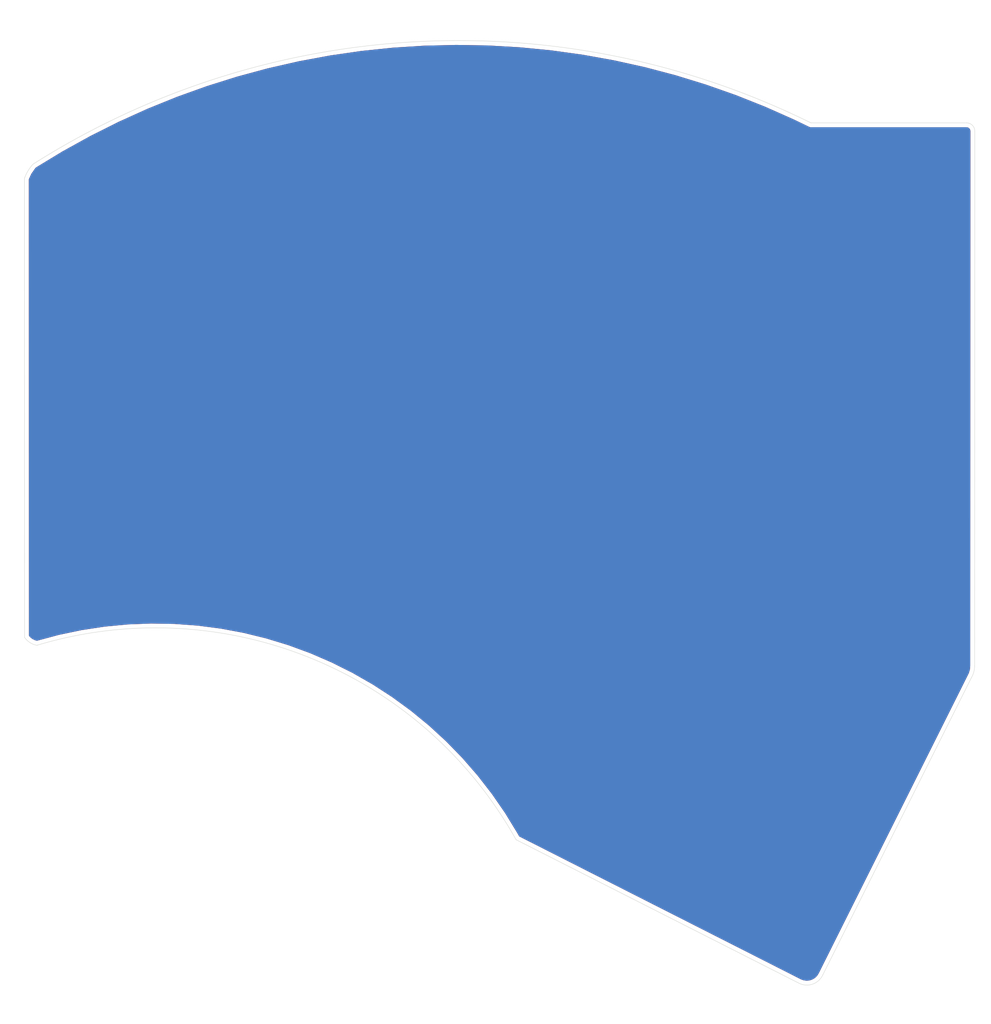
<source format=kicad_pcb>
(kicad_pcb (version 20171130) (host pcbnew "(5.1.6-0-10_14)")

  (general
    (thickness 1.6)
    (drawings 13)
    (tracks 0)
    (zones 0)
    (modules 0)
    (nets 1)
  )

  (page A4)
  (layers
    (0 F.Cu signal)
    (31 B.Cu signal)
    (32 B.Adhes user)
    (33 F.Adhes user)
    (34 B.Paste user)
    (35 F.Paste user)
    (36 B.SilkS user)
    (37 F.SilkS user)
    (38 B.Mask user)
    (39 F.Mask user)
    (40 Dwgs.User user)
    (41 Cmts.User user)
    (42 Eco1.User user)
    (43 Eco2.User user)
    (44 Edge.Cuts user)
    (45 Margin user)
    (46 B.CrtYd user)
    (47 F.CrtYd user)
    (48 B.Fab user)
    (49 F.Fab user)
  )

  (setup
    (last_trace_width 0.25)
    (trace_clearance 0.2)
    (zone_clearance 0.508)
    (zone_45_only no)
    (trace_min 0.2)
    (via_size 0.8)
    (via_drill 0.4)
    (via_min_size 0.4)
    (via_min_drill 0.3)
    (uvia_size 0.3)
    (uvia_drill 0.1)
    (uvias_allowed no)
    (uvia_min_size 0.2)
    (uvia_min_drill 0.1)
    (edge_width 0.05)
    (segment_width 0.2)
    (pcb_text_width 0.3)
    (pcb_text_size 1.5 1.5)
    (mod_edge_width 0.12)
    (mod_text_size 1 1)
    (mod_text_width 0.15)
    (pad_size 1.7526 2.0574)
    (pad_drill 1.0922)
    (pad_to_mask_clearance 0.051)
    (solder_mask_min_width 0.25)
    (aux_axis_origin 0 0)
    (visible_elements 7FFFFFFF)
    (pcbplotparams
      (layerselection 0x010fc_ffffffff)
      (usegerberextensions false)
      (usegerberattributes false)
      (usegerberadvancedattributes false)
      (creategerberjobfile false)
      (excludeedgelayer true)
      (linewidth 0.100000)
      (plotframeref false)
      (viasonmask false)
      (mode 1)
      (useauxorigin false)
      (hpglpennumber 1)
      (hpglpenspeed 20)
      (hpglpendiameter 15.000000)
      (psnegative false)
      (psa4output false)
      (plotreference true)
      (plotvalue true)
      (plotinvisibletext false)
      (padsonsilk false)
      (subtractmaskfromsilk true)
      (outputformat 1)
      (mirror false)
      (drillshape 0)
      (scaleselection 1)
      (outputdirectory "gerber/"))
  )

  (net 0 "")

  (net_class Default "This is the default net class."
    (clearance 0.2)
    (trace_width 0.25)
    (via_dia 0.8)
    (via_drill 0.4)
    (uvia_dia 0.3)
    (uvia_drill 0.1)
  )

  (gr_arc (start 133.2 87.3) (end 135.599999 88.699999) (angle -30.25643716) (layer Edge.Cuts) (width 0.05))
  (gr_arc (start 115.5 124.1) (end 114.500001 125.999999) (angle -93.53079528) (layer Edge.Cuts) (width 0.05))
  (gr_arc (start 24.8 29.5) (end 21.027586 26.0435) (angle -22.6125193) (layer Edge.Cuts) (width 0.05))
  (gr_arc (start 135 22) (end 136 22) (angle -90) (layer Edge.Cuts) (width 0.05))
  (gr_line (start 21.591137 84.744072) (end 21.499802 84.76712) (layer Edge.Cuts) (width 0.05) (tstamp 5E5F6F48))
  (gr_arc (start 21.9 82.5) (end 20.000001 83.799999) (angle -45.60878847) (layer Edge.Cuts) (width 0.05))
  (gr_arc (start 36 133) (end 79.999999 108.500001) (angle -77.5153804) (layer Edge.Cuts) (width 0.05))
  (gr_line (start 19.988572 27.759696) (end 20.000001 83.799999) (layer Edge.Cuts) (width 0.05))
  (gr_line (start 116 21) (end 135 21) (layer Edge.Cuts) (width 0.05) (tstamp 5E5F65D2))
  (gr_arc (start 73 108) (end 116 21) (angle -58.6816949) (layer Edge.Cuts) (width 0.05))
  (gr_line (start 80 108.5) (end 114.5 126) (layer Edge.Cuts) (width 0.05))
  (gr_line (start 135.978487 87.3) (end 136 22) (layer Edge.Cuts) (width 0.05))
  (gr_line (start 117.457977 124.981089) (end 135.6 88.7) (layer Edge.Cuts) (width 0.05))

  (zone (net 0) (net_name "") (layer F.Cu) (tstamp 5F20434E) (hatch edge 0.508)
    (connect_pads (clearance 0.508))
    (min_thickness 0.254)
    (fill yes (arc_segments 32) (thermal_gap 0.508) (thermal_bridge_width 0.508))
    (polygon
      (pts
        (xy 138 131) (xy 17 131) (xy 17 6) (xy 138 6)
      )
    )
    (filled_polygon
      (pts
        (xy 76.56444 11.679683) (xy 80.427083 11.900327) (xy 84.27772 12.275804) (xy 88.110232 12.805517) (xy 91.918391 13.488609)
        (xy 95.696058 14.323975) (xy 99.437171 15.310277) (xy 103.135663 16.445914) (xy 106.785621 17.729071) (xy 110.381135 19.15767)
        (xy 113.919369 20.730724) (xy 115.701155 21.588629) (xy 115.746207 21.61271) (xy 115.870617 21.65045) (xy 115.967581 21.66)
        (xy 134.967721 21.66) (xy 135.065424 21.66958) (xy 135.128356 21.68858) (xy 135.186405 21.719445) (xy 135.237343 21.760989)
        (xy 135.279248 21.811644) (xy 135.310515 21.869471) (xy 135.329956 21.932272) (xy 135.339991 22.027751) (xy 135.318498 87.267606)
        (xy 135.275036 87.710867) (xy 135.152906 88.11538) (xy 135.009059 88.406075) (xy 116.876069 124.669103) (xy 116.709173 124.960192)
        (xy 116.519064 125.178674) (xy 116.290139 125.35607) (xy 116.031122 125.48562) (xy 115.751871 125.562392) (xy 115.463024 125.583464)
        (xy 115.175596 125.54803) (xy 114.880489 125.450846) (xy 114.79285 125.408493) (xy 80.476481 108.00164) (xy 80.265296 107.627878)
        (xy 80.261859 107.622174) (xy 80.258619 107.616334) (xy 80.253869 107.608437) (xy 78.787559 105.208613) (xy 78.780031 105.197033)
        (xy 78.772655 105.18533) (xy 78.767472 105.177711) (xy 77.169486 102.86348) (xy 77.161336 102.852355) (xy 77.153306 102.841066)
        (xy 77.147705 102.833748) (xy 75.423027 100.612328) (xy 75.414271 100.601678) (xy 75.405621 100.590851) (xy 75.39962 100.583857)
        (xy 73.553629 98.462175) (xy 73.544262 98.451997) (xy 73.535051 98.441704) (xy 73.528693 98.435081) (xy 73.52867 98.435056)
        (xy 73.528652 98.435038) (xy 71.56712 96.419728) (xy 71.557225 96.410114) (xy 71.547429 96.400326) (xy 71.540686 96.394044)
        (xy 69.469697 94.491354) (xy 69.459256 94.482286) (xy 69.448953 94.473082) (xy 69.44187 94.467186) (xy 67.267899 92.683069)
        (xy 67.256995 92.674619) (xy 67.246168 92.665983) (xy 67.238767 92.660492) (xy 64.968593 91.000512) (xy 64.957207 90.992665)
        (xy 64.945942 90.984666) (xy 64.938246 90.979597) (xy 62.57895 89.448929) (xy 62.567144 89.441729) (xy 62.555449 89.434372)
        (xy 62.547503 89.429752) (xy 62.547483 89.42974) (xy 62.547467 89.429732) (xy 60.106421 88.033158) (xy 60.094216 88.026621)
        (xy 60.082144 88.019936) (xy 60.073931 88.015756) (xy 57.558716 86.757615) (xy 57.546218 86.751794) (xy 57.533739 86.745768)
        (xy 57.525306 86.742054) (xy 54.943782 85.626279) (xy 54.930945 85.621151) (xy 54.918183 85.615845) (xy 54.909555 85.612606)
        (xy 52.269771 84.642674) (xy 52.256635 84.63826) (xy 52.243629 84.633686) (xy 52.234835 84.630934) (xy 49.545024 83.809872)
        (xy 49.53173 83.806216) (xy 49.518422 83.802356) (xy 49.509487 83.8001) (xy 46.778038 83.130467) (xy 46.764533 83.127553)
        (xy 46.751057 83.124448) (xy 46.74201 83.122694) (xy 43.977439 82.606579) (xy 43.96378 82.604422) (xy 43.950164 82.602076)
        (xy 43.941034 82.60083) (xy 41.151965 82.239842) (xy 41.138208 82.238451) (xy 41.124481 82.236868) (xy 41.1153 82.236133)
        (xy 41.115293 82.236133) (xy 38.310422 82.031398) (xy 38.296622 82.030777) (xy 38.282815 82.029963) (xy 38.27365 82.029744)
        (xy 38.273603 82.029742) (xy 38.273567 82.029742) (xy 35.461676 81.9819) (xy 35.447882 81.98205) (xy 35.434032 81.982008)
        (xy 35.424822 81.982302) (xy 32.614609 82.091499) (xy 32.600837 82.09242) (xy 32.587014 82.09315) (xy 32.577881 82.093954)
        (xy 32.577834 82.093957) (xy 32.577799 82.093961) (xy 29.778098 82.359855) (xy 29.764376 82.361546) (xy 29.750638 82.363044)
        (xy 29.741518 82.364362) (xy 26.96099 82.78613) (xy 26.947391 82.788583) (xy 26.933752 82.790847) (xy 26.924719 82.792673)
        (xy 24.17207 83.368997) (xy 24.158629 83.372205) (xy 24.145137 83.375227) (xy 24.136221 83.377554) (xy 21.505979 84.083567)
        (xy 21.307004 84.027971) (xy 21.021515 83.883692) (xy 20.769482 83.686705) (xy 20.659951 83.559764) (xy 20.648601 27.905258)
        (xy 20.93829 27.280753) (xy 21.394561 26.626343) (xy 21.457047 26.554944) (xy 24.689373 24.595012) (xy 28.075516 22.723395)
        (xy 31.534 20.989198) (xy 35.059296 19.395194) (xy 38.645746 17.94394) (xy 42.287512 16.637799) (xy 45.978788 15.478852)
        (xy 49.713604 14.468975) (xy 53.48591 13.609804) (xy 57.289695 12.902708) (xy 61.118792 12.348833) (xy 64.966998 11.949078)
        (xy 68.828156 11.704079) (xy 72.696043 11.614232)
      )
    )
  )
  (zone (net 0) (net_name "") (layer B.Cu) (tstamp 5F20434B) (hatch edge 0.508)
    (connect_pads (clearance 0.508))
    (min_thickness 0.254)
    (fill yes (arc_segments 32) (thermal_gap 0.508) (thermal_bridge_width 0.508))
    (polygon
      (pts
        (xy 138 131) (xy 17 131) (xy 17 6) (xy 138 6)
      )
    )
    (filled_polygon
      (pts
        (xy 76.56444 11.679683) (xy 80.427083 11.900327) (xy 84.27772 12.275804) (xy 88.110232 12.805517) (xy 91.918391 13.488609)
        (xy 95.696058 14.323975) (xy 99.437171 15.310277) (xy 103.135663 16.445914) (xy 106.785621 17.729071) (xy 110.381135 19.15767)
        (xy 113.919369 20.730724) (xy 115.701155 21.588629) (xy 115.746207 21.61271) (xy 115.870617 21.65045) (xy 115.967581 21.66)
        (xy 134.967721 21.66) (xy 135.065424 21.66958) (xy 135.128356 21.68858) (xy 135.186405 21.719445) (xy 135.237343 21.760989)
        (xy 135.279248 21.811644) (xy 135.310515 21.869471) (xy 135.329956 21.932272) (xy 135.339991 22.027751) (xy 135.318498 87.267606)
        (xy 135.275036 87.710867) (xy 135.152906 88.11538) (xy 135.009059 88.406075) (xy 116.876069 124.669103) (xy 116.709173 124.960192)
        (xy 116.519064 125.178674) (xy 116.290139 125.35607) (xy 116.031122 125.48562) (xy 115.751871 125.562392) (xy 115.463024 125.583464)
        (xy 115.175596 125.54803) (xy 114.880489 125.450846) (xy 114.79285 125.408493) (xy 80.476481 108.00164) (xy 80.265296 107.627878)
        (xy 80.261859 107.622174) (xy 80.258619 107.616334) (xy 80.253869 107.608437) (xy 78.787559 105.208613) (xy 78.780031 105.197033)
        (xy 78.772655 105.18533) (xy 78.767472 105.177711) (xy 77.169486 102.86348) (xy 77.161336 102.852355) (xy 77.153306 102.841066)
        (xy 77.147705 102.833748) (xy 75.423027 100.612328) (xy 75.414271 100.601678) (xy 75.405621 100.590851) (xy 75.39962 100.583857)
        (xy 73.553629 98.462175) (xy 73.544262 98.451997) (xy 73.535051 98.441704) (xy 73.528693 98.435081) (xy 73.52867 98.435056)
        (xy 73.528652 98.435038) (xy 71.56712 96.419728) (xy 71.557225 96.410114) (xy 71.547429 96.400326) (xy 71.540686 96.394044)
        (xy 69.469697 94.491354) (xy 69.459256 94.482286) (xy 69.448953 94.473082) (xy 69.44187 94.467186) (xy 67.267899 92.683069)
        (xy 67.256995 92.674619) (xy 67.246168 92.665983) (xy 67.238767 92.660492) (xy 64.968593 91.000512) (xy 64.957207 90.992665)
        (xy 64.945942 90.984666) (xy 64.938246 90.979597) (xy 62.57895 89.448929) (xy 62.567144 89.441729) (xy 62.555449 89.434372)
        (xy 62.547503 89.429752) (xy 62.547483 89.42974) (xy 62.547467 89.429732) (xy 60.106421 88.033158) (xy 60.094216 88.026621)
        (xy 60.082144 88.019936) (xy 60.073931 88.015756) (xy 57.558716 86.757615) (xy 57.546218 86.751794) (xy 57.533739 86.745768)
        (xy 57.525306 86.742054) (xy 54.943782 85.626279) (xy 54.930945 85.621151) (xy 54.918183 85.615845) (xy 54.909555 85.612606)
        (xy 52.269771 84.642674) (xy 52.256635 84.63826) (xy 52.243629 84.633686) (xy 52.234835 84.630934) (xy 49.545024 83.809872)
        (xy 49.53173 83.806216) (xy 49.518422 83.802356) (xy 49.509487 83.8001) (xy 46.778038 83.130467) (xy 46.764533 83.127553)
        (xy 46.751057 83.124448) (xy 46.74201 83.122694) (xy 43.977439 82.606579) (xy 43.96378 82.604422) (xy 43.950164 82.602076)
        (xy 43.941034 82.60083) (xy 41.151965 82.239842) (xy 41.138208 82.238451) (xy 41.124481 82.236868) (xy 41.1153 82.236133)
        (xy 41.115293 82.236133) (xy 38.310422 82.031398) (xy 38.296622 82.030777) (xy 38.282815 82.029963) (xy 38.27365 82.029744)
        (xy 38.273603 82.029742) (xy 38.273567 82.029742) (xy 35.461676 81.9819) (xy 35.447882 81.98205) (xy 35.434032 81.982008)
        (xy 35.424822 81.982302) (xy 32.614609 82.091499) (xy 32.600837 82.09242) (xy 32.587014 82.09315) (xy 32.577881 82.093954)
        (xy 32.577834 82.093957) (xy 32.577799 82.093961) (xy 29.778098 82.359855) (xy 29.764376 82.361546) (xy 29.750638 82.363044)
        (xy 29.741518 82.364362) (xy 26.96099 82.78613) (xy 26.947391 82.788583) (xy 26.933752 82.790847) (xy 26.924719 82.792673)
        (xy 24.17207 83.368997) (xy 24.158629 83.372205) (xy 24.145137 83.375227) (xy 24.136221 83.377554) (xy 21.505979 84.083567)
        (xy 21.307004 84.027971) (xy 21.021515 83.883692) (xy 20.769482 83.686705) (xy 20.659951 83.559764) (xy 20.648601 27.905258)
        (xy 20.93829 27.280753) (xy 21.394561 26.626343) (xy 21.457047 26.554944) (xy 24.689373 24.595012) (xy 28.075516 22.723395)
        (xy 31.534 20.989198) (xy 35.059296 19.395194) (xy 38.645746 17.94394) (xy 42.287512 16.637799) (xy 45.978788 15.478852)
        (xy 49.713604 14.468975) (xy 53.48591 13.609804) (xy 57.289695 12.902708) (xy 61.118792 12.348833) (xy 64.966998 11.949078)
        (xy 68.828156 11.704079) (xy 72.696043 11.614232)
      )
    )
  )
)

</source>
